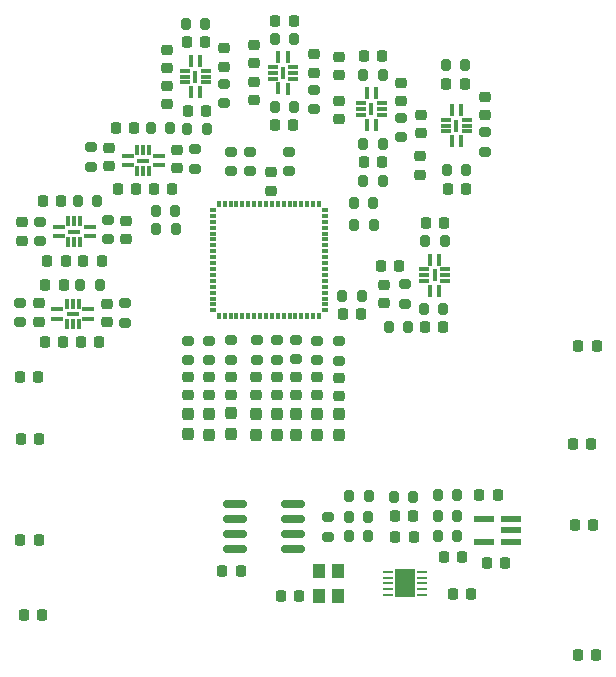
<source format=gtp>
%TF.GenerationSoftware,KiCad,Pcbnew,8.0.5*%
%TF.CreationDate,2025-03-25T15:29:15-05:00*%
%TF.ProjectId,PSEC5_Board,50534543-355f-4426-9f61-72642e6b6963,rev?*%
%TF.SameCoordinates,Original*%
%TF.FileFunction,Paste,Top*%
%TF.FilePolarity,Positive*%
%FSLAX46Y46*%
G04 Gerber Fmt 4.6, Leading zero omitted, Abs format (unit mm)*
G04 Created by KiCad (PCBNEW 8.0.5) date 2025-03-25 15:29:15*
%MOMM*%
%LPD*%
G01*
G04 APERTURE LIST*
G04 Aperture macros list*
%AMRoundRect*
0 Rectangle with rounded corners*
0 $1 Rounding radius*
0 $2 $3 $4 $5 $6 $7 $8 $9 X,Y pos of 4 corners*
0 Add a 4 corners polygon primitive as box body*
4,1,4,$2,$3,$4,$5,$6,$7,$8,$9,$2,$3,0*
0 Add four circle primitives for the rounded corners*
1,1,$1+$1,$2,$3*
1,1,$1+$1,$4,$5*
1,1,$1+$1,$6,$7*
1,1,$1+$1,$8,$9*
0 Add four rect primitives between the rounded corners*
20,1,$1+$1,$2,$3,$4,$5,0*
20,1,$1+$1,$4,$5,$6,$7,0*
20,1,$1+$1,$6,$7,$8,$9,0*
20,1,$1+$1,$8,$9,$2,$3,0*%
G04 Aperture macros list end*
%ADD10RoundRect,0.225000X-0.250000X0.225000X-0.250000X-0.225000X0.250000X-0.225000X0.250000X0.225000X0*%
%ADD11RoundRect,0.225000X-0.225000X-0.250000X0.225000X-0.250000X0.225000X0.250000X-0.225000X0.250000X0*%
%ADD12RoundRect,0.225000X0.225000X0.250000X-0.225000X0.250000X-0.225000X-0.250000X0.225000X-0.250000X0*%
%ADD13RoundRect,0.200000X-0.275000X0.200000X-0.275000X-0.200000X0.275000X-0.200000X0.275000X0.200000X0*%
%ADD14RoundRect,0.200000X-0.200000X-0.275000X0.200000X-0.275000X0.200000X0.275000X-0.200000X0.275000X0*%
%ADD15RoundRect,0.200000X0.275000X-0.200000X0.275000X0.200000X-0.275000X0.200000X-0.275000X-0.200000X0*%
%ADD16RoundRect,0.200000X0.200000X0.275000X-0.200000X0.275000X-0.200000X-0.275000X0.200000X-0.275000X0*%
%ADD17R,1.805236X0.612132*%
%ADD18R,0.300000X1.009300*%
%ADD19R,0.299974X1.004824*%
%ADD20R,0.914400X0.304800*%
%ADD21R,0.349758X0.999998*%
%ADD22RoundRect,0.237500X-0.237500X0.287500X-0.237500X-0.287500X0.237500X-0.287500X0.237500X0.287500X0*%
%ADD23R,1.009300X0.300000*%
%ADD24R,1.004824X0.299974*%
%ADD25R,0.304800X0.914400*%
%ADD26R,0.999998X0.349758*%
%ADD27RoundRect,0.225000X0.250000X-0.225000X0.250000X0.225000X-0.250000X0.225000X-0.250000X-0.225000X0*%
%ADD28R,1.000000X1.200000*%
%ADD29R,0.500000X0.300000*%
%ADD30R,0.300000X0.500000*%
%ADD31RoundRect,0.150000X0.825000X0.150000X-0.825000X0.150000X-0.825000X-0.150000X0.825000X-0.150000X0*%
%ADD32R,0.812800X0.254000*%
%ADD33R,1.752600X2.489200*%
G04 APERTURE END LIST*
D10*
%TO.C,C85*%
X132964300Y-82225000D03*
X132964300Y-83775000D03*
%TD*%
D11*
%TO.C,C90*%
X127714300Y-85475000D03*
X129264300Y-85475000D03*
%TD*%
D12*
%TO.C,C104*%
X166675000Y-104150000D03*
X165125000Y-104150000D03*
%TD*%
D13*
%TO.C,R55*%
X164950000Y-67675000D03*
X164950000Y-69325000D03*
%TD*%
D10*
%TO.C,C21*%
X150752071Y-88427071D03*
X150752071Y-89977071D03*
%TD*%
D14*
%TO.C,R34*%
X159800000Y-82700000D03*
X161450000Y-82700000D03*
%TD*%
D15*
%TO.C,R54*%
X147400000Y-86950000D03*
X147400000Y-85300000D03*
%TD*%
D16*
%TO.C,R38*%
X161550000Y-76900000D03*
X159900000Y-76900000D03*
%TD*%
D17*
%TO.C,U4*%
X167150000Y-102350001D03*
X167150000Y-101400000D03*
X167150000Y-100449999D03*
X164849034Y-100449999D03*
X164849034Y-102350001D03*
%TD*%
D16*
%TO.C,R36*%
X155550000Y-75550000D03*
X153900000Y-75550000D03*
%TD*%
D12*
%TO.C,C28*%
X127175000Y-102200000D03*
X125625000Y-102200000D03*
%TD*%
D16*
%TO.C,R26*%
X156325000Y-62810700D03*
X154675000Y-62810700D03*
%TD*%
D18*
%TO.C,IC2*%
X154975000Y-67039650D03*
D19*
X155774999Y-67041812D03*
D20*
X156251300Y-66224999D03*
X156251300Y-65725000D03*
X156251300Y-65225001D03*
D19*
X155774999Y-64408188D03*
X154975001Y-64408188D03*
D20*
X154498700Y-65225001D03*
X154498700Y-65725000D03*
X154498700Y-66224999D03*
D21*
X155350000Y-65725000D03*
%TD*%
D13*
%TO.C,R37*%
X145050000Y-69350000D03*
X145050000Y-71000000D03*
%TD*%
D10*
%TO.C,C25*%
X147400000Y-88425000D03*
X147400000Y-89975000D03*
%TD*%
D15*
%TO.C,R48*%
X133084444Y-76774999D03*
X133084444Y-75124999D03*
%TD*%
D10*
%TO.C,C3*%
X152625000Y-88475000D03*
X152625000Y-90025000D03*
%TD*%
D14*
%TO.C,R2*%
X152875000Y-81600000D03*
X154525000Y-81600000D03*
%TD*%
D11*
%TO.C,C70*%
X159950000Y-75400000D03*
X161500000Y-75400000D03*
%TD*%
D15*
%TO.C,R19*%
X148950000Y-86925000D03*
X148950000Y-85275000D03*
%TD*%
%TO.C,R60*%
X141625000Y-87000000D03*
X141625000Y-85350000D03*
%TD*%
D22*
%TO.C,L4*%
X147400000Y-91550000D03*
X147400000Y-93300000D03*
%TD*%
D16*
%TO.C,R40*%
X158450000Y-84200000D03*
X156800000Y-84200000D03*
%TD*%
%TO.C,R30*%
X148825000Y-59808188D03*
X147175000Y-59808188D03*
%TD*%
D15*
%TO.C,R44*%
X140458189Y-70801301D03*
X140458189Y-69151301D03*
%TD*%
D10*
%TO.C,C38*%
X164950000Y-64700000D03*
X164950000Y-66250000D03*
%TD*%
D23*
%TO.C,IC7*%
X131513394Y-76474999D03*
D24*
X131515556Y-75675000D03*
D25*
X130698743Y-75198699D03*
X130198744Y-75198699D03*
X129698745Y-75198699D03*
D24*
X128881932Y-75675000D03*
X128881932Y-76474998D03*
D25*
X129698745Y-76951299D03*
X130198744Y-76951299D03*
X130698743Y-76951299D03*
D26*
X130198744Y-76099999D03*
%TD*%
D10*
%TO.C,C29*%
X143425000Y-88400000D03*
X143425000Y-89950000D03*
%TD*%
D12*
%TO.C,C36*%
X163348699Y-72525000D03*
X161798699Y-72525000D03*
%TD*%
D11*
%TO.C,C22*%
X172575000Y-100950000D03*
X174125000Y-100950000D03*
%TD*%
D18*
%TO.C,IC4*%
X161100000Y-78485350D03*
D19*
X160300001Y-78483188D03*
D20*
X159823700Y-79300001D03*
X159823700Y-79800000D03*
X159823700Y-80299999D03*
D19*
X160300001Y-81116812D03*
X161099999Y-81116812D03*
D20*
X161576300Y-80299999D03*
X161576300Y-79800000D03*
X161576300Y-79300001D03*
D21*
X160725000Y-79800000D03*
%TD*%
D22*
%TO.C,L8*%
X139825000Y-91525000D03*
X139825000Y-93275000D03*
%TD*%
D11*
%TO.C,C93*%
X147704400Y-106975000D03*
X149254400Y-106975000D03*
%TD*%
D12*
%TO.C,C79*%
X129059444Y-73549999D03*
X127509444Y-73549999D03*
%TD*%
%TO.C,C74*%
X138458189Y-72501301D03*
X136908189Y-72501301D03*
%TD*%
%TO.C,C32*%
X127150000Y-88425000D03*
X125600000Y-88425000D03*
%TD*%
D14*
%TO.C,R23*%
X161748699Y-70850000D03*
X163398699Y-70850000D03*
%TD*%
D13*
%TO.C,R14*%
X142900001Y-63583188D03*
X142900001Y-65233188D03*
%TD*%
D12*
%TO.C,C92*%
X158875000Y-100225000D03*
X157325000Y-100225000D03*
%TD*%
D14*
%TO.C,R77*%
X157225000Y-98550000D03*
X158875000Y-98550000D03*
%TD*%
D15*
%TO.C,R17*%
X150752071Y-86977071D03*
X150752071Y-85327071D03*
%TD*%
D27*
%TO.C,C61*%
X142900001Y-62133188D03*
X142900001Y-60583188D03*
%TD*%
D28*
%TO.C,Y1*%
X152554400Y-106925000D03*
X152554400Y-104825000D03*
X150904400Y-104825000D03*
X150904400Y-106925000D03*
%TD*%
D11*
%TO.C,C2*%
X172875000Y-85775000D03*
X174425000Y-85775000D03*
%TD*%
D16*
%TO.C,R22*%
X155505000Y-73675000D03*
X153855000Y-73675000D03*
%TD*%
D15*
%TO.C,R52*%
X134489300Y-83825000D03*
X134489300Y-82175000D03*
%TD*%
D13*
%TO.C,R18*%
X158225000Y-80575000D03*
X158225000Y-82225000D03*
%TD*%
D11*
%TO.C,C45*%
X154725000Y-61260700D03*
X156275000Y-61260700D03*
%TD*%
D10*
%TO.C,C37*%
X156425000Y-80625000D03*
X156425000Y-82175000D03*
%TD*%
%TO.C,C23*%
X148950000Y-88425000D03*
X148950000Y-89975000D03*
%TD*%
D14*
%TO.C,R1*%
X153475000Y-98500000D03*
X155125000Y-98500000D03*
%TD*%
D12*
%TO.C,C60*%
X141375001Y-65858188D03*
X139825001Y-65858188D03*
%TD*%
D10*
%TO.C,C39*%
X159498699Y-69725000D03*
X159498699Y-71275000D03*
%TD*%
D12*
%TO.C,C86*%
X129289300Y-80650000D03*
X127739300Y-80650000D03*
%TD*%
D13*
%TO.C,R59*%
X157875000Y-66485700D03*
X157875000Y-68135700D03*
%TD*%
D14*
%TO.C,R76*%
X160950000Y-100225000D03*
X162600000Y-100225000D03*
%TD*%
%TO.C,R51*%
X137125000Y-75925000D03*
X138775000Y-75925000D03*
%TD*%
D13*
%TO.C,R31*%
X148350000Y-69325000D03*
X148350000Y-70975000D03*
%TD*%
D14*
%TO.C,R32*%
X147150000Y-65558188D03*
X148800000Y-65558188D03*
%TD*%
D10*
%TO.C,C27*%
X145600000Y-88425000D03*
X145600000Y-89975000D03*
%TD*%
D12*
%TO.C,C68*%
X161400000Y-84200000D03*
X159850000Y-84200000D03*
%TD*%
%TO.C,C26*%
X127500000Y-108550000D03*
X125950000Y-108550000D03*
%TD*%
D22*
%TO.C,L1*%
X152650000Y-91550000D03*
X152650000Y-93300000D03*
%TD*%
D11*
%TO.C,C1*%
X157375000Y-101925000D03*
X158925000Y-101925000D03*
%TD*%
D13*
%TO.C,R43*%
X143500000Y-69350000D03*
X143500000Y-71000000D03*
%TD*%
D10*
%TO.C,C78*%
X134609444Y-75174999D03*
X134609444Y-76724999D03*
%TD*%
D11*
%TO.C,C35*%
X161698699Y-63600000D03*
X163248699Y-63600000D03*
%TD*%
%TO.C,C83*%
X127909444Y-78574999D03*
X129459444Y-78574999D03*
%TD*%
D27*
%TO.C,C66*%
X133133189Y-70576301D03*
X133133189Y-69026301D03*
%TD*%
D10*
%TO.C,C56*%
X145400000Y-63408188D03*
X145400000Y-64958188D03*
%TD*%
D14*
%TO.C,R73*%
X153450000Y-100275000D03*
X155100000Y-100275000D03*
%TD*%
D22*
%TO.C,L3*%
X149000000Y-91550000D03*
X149000000Y-93300000D03*
%TD*%
D12*
%TO.C,C46*%
X156250000Y-70210700D03*
X154700000Y-70210700D03*
%TD*%
D27*
%TO.C,C62*%
X138050001Y-65333188D03*
X138050001Y-63783188D03*
%TD*%
D12*
%TO.C,C30*%
X127250000Y-93650000D03*
X125700000Y-93650000D03*
%TD*%
D22*
%TO.C,L6*%
X143425000Y-91500000D03*
X143425000Y-93250000D03*
%TD*%
D12*
%TO.C,C53*%
X148750000Y-67083188D03*
X147200000Y-67083188D03*
%TD*%
D22*
%TO.C,L2*%
X150752071Y-91552071D03*
X150752071Y-93302071D03*
%TD*%
D13*
%TO.C,R64*%
X150475000Y-64083188D03*
X150475000Y-65733188D03*
%TD*%
D14*
%TO.C,R78*%
X160950000Y-101875000D03*
X162600000Y-101875000D03*
%TD*%
D18*
%TO.C,IC1*%
X162149999Y-68439650D03*
D19*
X162949998Y-68441812D03*
D20*
X163426299Y-67624999D03*
X163426299Y-67125000D03*
X163426299Y-66625001D03*
D19*
X162949998Y-65808188D03*
X162150000Y-65808188D03*
D20*
X161673699Y-66625001D03*
X161673699Y-67125000D03*
X161673699Y-67624999D03*
D21*
X162524999Y-67125000D03*
%TD*%
D12*
%TO.C,C81*%
X132514444Y-78579999D03*
X130964444Y-78579999D03*
%TD*%
D27*
%TO.C,C84*%
X127169300Y-83725000D03*
X127169300Y-82175000D03*
%TD*%
D15*
%TO.C,R58*%
X143425000Y-86975000D03*
X143425000Y-85325000D03*
%TD*%
D13*
%TO.C,R50*%
X125639300Y-82125000D03*
X125639300Y-83775000D03*
%TD*%
D18*
%TO.C,IC3*%
X147474999Y-63989650D03*
D19*
X148274998Y-63991812D03*
D20*
X148751299Y-63174999D03*
X148751299Y-62675000D03*
X148751299Y-62175001D03*
D19*
X148274998Y-61358188D03*
X147475000Y-61358188D03*
D20*
X146998699Y-62175001D03*
X146998699Y-62675000D03*
X146998699Y-63174999D03*
D21*
X147849999Y-62675000D03*
%TD*%
D11*
%TO.C,C8*%
X152925000Y-83100000D03*
X154475000Y-83100000D03*
%TD*%
%TO.C,C52*%
X147225000Y-58283188D03*
X148775000Y-58283188D03*
%TD*%
D23*
%TO.C,IC6*%
X137339651Y-70476300D03*
D24*
X137341813Y-69676301D03*
D25*
X136525000Y-69200000D03*
X136025001Y-69200000D03*
X135525002Y-69200000D03*
D24*
X134708189Y-69676301D03*
X134708189Y-70476299D03*
D25*
X135525002Y-70952600D03*
X136025001Y-70952600D03*
X136525000Y-70952600D03*
D26*
X136025001Y-70101300D03*
%TD*%
D16*
%TO.C,R74*%
X162625000Y-98375000D03*
X160975000Y-98375000D03*
%TD*%
D13*
%TO.C,R72*%
X151650000Y-100300000D03*
X151650000Y-101950000D03*
%TD*%
D14*
%TO.C,R39*%
X139775001Y-67383188D03*
X141425001Y-67383188D03*
%TD*%
D12*
%TO.C,C69*%
X135258189Y-67376301D03*
X133708189Y-67376301D03*
%TD*%
D10*
%TO.C,C31*%
X141625000Y-88425000D03*
X141625000Y-89975000D03*
%TD*%
D15*
%TO.C,R62*%
X139825000Y-87000000D03*
X139825000Y-85350000D03*
%TD*%
D29*
%TO.C,U2*%
X141925000Y-82775000D03*
X141925000Y-82275000D03*
X141925000Y-81775000D03*
X141925000Y-81275000D03*
X141925000Y-80775000D03*
X141925000Y-80275000D03*
X141925000Y-79775000D03*
X141925000Y-79275000D03*
X141925000Y-78775000D03*
X141925000Y-78275000D03*
X141925000Y-77775000D03*
X141925000Y-77275000D03*
X141925000Y-76775000D03*
X141925000Y-76275000D03*
X141925000Y-75775000D03*
X141925000Y-75275000D03*
X141925000Y-74775000D03*
X141925000Y-74275000D03*
D30*
X142425000Y-73775000D03*
X142925000Y-73775000D03*
X143425000Y-73775000D03*
X143925000Y-73775000D03*
X144425000Y-73775000D03*
X144925000Y-73775000D03*
X145425000Y-73775000D03*
X145925000Y-73775000D03*
X146425000Y-73775000D03*
X146925000Y-73775000D03*
X147425000Y-73775000D03*
X147925000Y-73775000D03*
X148425000Y-73775000D03*
X148925000Y-73775000D03*
X149425000Y-73775000D03*
X149925000Y-73775000D03*
X150425000Y-73775000D03*
X150925000Y-73775000D03*
D29*
X151425000Y-74275000D03*
X151425000Y-74775000D03*
X151425000Y-75275000D03*
X151425000Y-75775000D03*
X151425000Y-76275000D03*
X151425000Y-76775000D03*
X151425000Y-77275000D03*
X151425000Y-77775000D03*
X151425000Y-78275000D03*
X151425000Y-78775000D03*
X151425000Y-79275000D03*
X151425000Y-79775000D03*
X151425000Y-80275000D03*
X151425000Y-80775000D03*
X151425000Y-81275000D03*
X151425000Y-81775000D03*
X151425000Y-82275000D03*
X151425000Y-82775000D03*
D30*
X150925000Y-83275000D03*
X150425000Y-83275000D03*
X149925000Y-83275000D03*
X149425000Y-83275000D03*
X148925000Y-83275000D03*
X148425000Y-83275000D03*
X147925000Y-83275000D03*
X147425000Y-83275000D03*
X146925000Y-83275000D03*
X146425000Y-83275000D03*
X145925000Y-83275000D03*
X145425000Y-83275000D03*
X144925000Y-83275000D03*
X144425000Y-83275000D03*
X143925000Y-83275000D03*
X143425000Y-83275000D03*
X142925000Y-83275000D03*
X142425000Y-83275000D03*
%TD*%
D11*
%TO.C,C103*%
X161500000Y-103675000D03*
X163050000Y-103675000D03*
%TD*%
D14*
%TO.C,R28*%
X154650000Y-68660700D03*
X156300000Y-68660700D03*
%TD*%
D15*
%TO.C,R15*%
X152625000Y-87025000D03*
X152625000Y-85375000D03*
%TD*%
D10*
%TO.C,C67*%
X138933189Y-69201301D03*
X138933189Y-70751301D03*
%TD*%
%TO.C,C58*%
X145400000Y-60308188D03*
X145400000Y-61858188D03*
%TD*%
D13*
%TO.C,R42*%
X131583189Y-68976301D03*
X131583189Y-70626301D03*
%TD*%
D11*
%TO.C,C59*%
X139700001Y-60083188D03*
X141250001Y-60083188D03*
%TD*%
D14*
%TO.C,R68*%
X130484444Y-73549999D03*
X132134444Y-73549999D03*
%TD*%
D22*
%TO.C,L5*%
X145600000Y-91550000D03*
X145600000Y-93300000D03*
%TD*%
D14*
%TO.C,R47*%
X137075000Y-74350000D03*
X138725000Y-74350000D03*
%TD*%
D27*
%TO.C,C48*%
X152625000Y-66585700D03*
X152625000Y-65035700D03*
%TD*%
D11*
%TO.C,C94*%
X162254400Y-106775000D03*
X163804400Y-106775000D03*
%TD*%
%TO.C,C20*%
X172425000Y-94100000D03*
X173975000Y-94100000D03*
%TD*%
%TO.C,C75*%
X133883189Y-72501301D03*
X135433189Y-72501301D03*
%TD*%
D14*
%TO.C,R70*%
X130714300Y-80650000D03*
X132364300Y-80650000D03*
%TD*%
D11*
%TO.C,C6*%
X164500000Y-98400000D03*
X166050000Y-98400000D03*
%TD*%
D10*
%TO.C,C65*%
X138050001Y-60733188D03*
X138050001Y-62283188D03*
%TD*%
D23*
%TO.C,IC8*%
X131378950Y-83475000D03*
D24*
X131381112Y-82675001D03*
D25*
X130564299Y-82198700D03*
X130064300Y-82198700D03*
X129564301Y-82198700D03*
D24*
X128747488Y-82675001D03*
X128747488Y-83474999D03*
D25*
X129564301Y-83951300D03*
X130064300Y-83951300D03*
X130564299Y-83951300D03*
D26*
X130064300Y-83100000D03*
%TD*%
D16*
%TO.C,R35*%
X141300001Y-58558188D03*
X139650001Y-58558188D03*
%TD*%
D15*
%TO.C,R56*%
X145625000Y-86975000D03*
X145625000Y-85325000D03*
%TD*%
D27*
%TO.C,C77*%
X125784444Y-76874999D03*
X125784444Y-75324999D03*
%TD*%
D13*
%TO.C,R46*%
X127309444Y-75274999D03*
X127309444Y-76924999D03*
%TD*%
D31*
%TO.C,IC9*%
X148725000Y-102965000D03*
X148725000Y-101695000D03*
X148725000Y-100425000D03*
X148725000Y-99155000D03*
X143775000Y-99155000D03*
X143775000Y-100425000D03*
X143775000Y-101695000D03*
X143775000Y-102965000D03*
%TD*%
D10*
%TO.C,C33*%
X139825000Y-88425000D03*
X139825000Y-89975000D03*
%TD*%
%TO.C,C47*%
X157875000Y-63510700D03*
X157875000Y-65060700D03*
%TD*%
D11*
%TO.C,C72*%
X156150000Y-79000000D03*
X157700000Y-79000000D03*
%TD*%
D27*
%TO.C,C7*%
X146825000Y-72650000D03*
X146825000Y-71100000D03*
%TD*%
D22*
%TO.C,L7*%
X141625000Y-91575000D03*
X141625000Y-93325000D03*
%TD*%
D11*
%TO.C,C122*%
X142725000Y-104875000D03*
X144275000Y-104875000D03*
%TD*%
D27*
%TO.C,C51*%
X152600000Y-62885700D03*
X152600000Y-61335700D03*
%TD*%
D10*
%TO.C,C54*%
X150475000Y-61108188D03*
X150475000Y-62658188D03*
%TD*%
D32*
%TO.C,U7*%
X159675000Y-106900000D03*
X159675000Y-106399998D03*
X159675000Y-105899999D03*
X159675000Y-105400000D03*
X159675000Y-104899998D03*
X156779400Y-104899998D03*
X156779400Y-105400000D03*
X156779400Y-105899999D03*
X156779400Y-106399998D03*
X156779400Y-106900000D03*
D33*
X158227200Y-105899999D03*
%TD*%
D16*
%TO.C,R66*%
X138333189Y-67376301D03*
X136683189Y-67376301D03*
%TD*%
D27*
%TO.C,C41*%
X159548699Y-67750000D03*
X159548699Y-66200000D03*
%TD*%
D18*
%TO.C,IC5*%
X140075000Y-64289650D03*
D19*
X140874999Y-64291812D03*
D20*
X141351300Y-63474999D03*
X141351300Y-62975000D03*
X141351300Y-62475001D03*
D19*
X140874999Y-61658188D03*
X140075001Y-61658188D03*
D20*
X139598700Y-62475001D03*
X139598700Y-62975000D03*
X139598700Y-63474999D03*
D21*
X140450000Y-62975000D03*
%TD*%
D16*
%TO.C,R27*%
X156300001Y-71850001D03*
X154650001Y-71850001D03*
%TD*%
D11*
%TO.C,C24*%
X172825000Y-111975000D03*
X174375000Y-111975000D03*
%TD*%
D16*
%TO.C,R21*%
X163298699Y-62000000D03*
X161648699Y-62000000D03*
%TD*%
%TO.C,R75*%
X155100000Y-101875000D03*
X153450000Y-101875000D03*
%TD*%
D12*
%TO.C,C87*%
X132294300Y-85480000D03*
X130744300Y-85480000D03*
%TD*%
M02*

</source>
